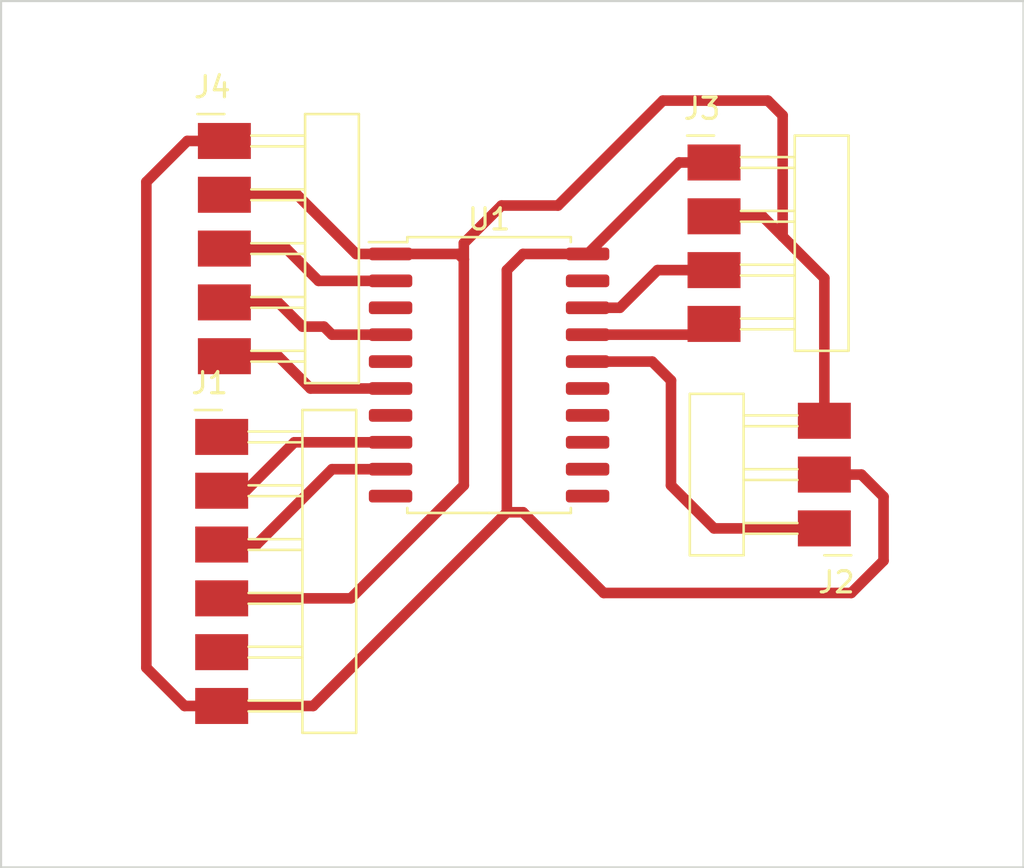
<source format=kicad_pcb>
(kicad_pcb (version 20171130) (host pcbnew "(5.1.9)-1")

  (general
    (thickness 1.6)
    (drawings 4)
    (tracks 65)
    (zones 0)
    (modules 5)
    (nets 23)
  )

  (page A4)
  (layers
    (0 F.Cu signal)
    (31 B.Cu signal)
    (32 B.Adhes user)
    (33 F.Adhes user)
    (34 B.Paste user)
    (35 F.Paste user)
    (36 B.SilkS user)
    (37 F.SilkS user)
    (38 B.Mask user)
    (39 F.Mask user)
    (40 Dwgs.User user)
    (41 Cmts.User user)
    (42 Eco1.User user)
    (43 Eco2.User user)
    (44 Edge.Cuts user)
    (45 Margin user)
    (46 B.CrtYd user)
    (47 F.CrtYd user)
    (48 B.Fab user)
    (49 F.Fab user)
  )

  (setup
    (last_trace_width 0.5)
    (user_trace_width 0.5)
    (trace_clearance 0.2)
    (zone_clearance 0.508)
    (zone_45_only no)
    (trace_min 0.2)
    (via_size 0.8)
    (via_drill 0.4)
    (via_min_size 0.4)
    (via_min_drill 0.3)
    (uvia_size 0.3)
    (uvia_drill 0.1)
    (uvias_allowed no)
    (uvia_min_size 0.2)
    (uvia_min_drill 0.1)
    (edge_width 0.05)
    (segment_width 0.2)
    (pcb_text_width 0.3)
    (pcb_text_size 1.5 1.5)
    (mod_edge_width 0.12)
    (mod_text_size 1 1)
    (mod_text_width 0.15)
    (pad_size 1.524 1.524)
    (pad_drill 0.762)
    (pad_to_mask_clearance 0)
    (aux_axis_origin 0 0)
    (visible_elements FFFFFF7F)
    (pcbplotparams
      (layerselection 0x010fc_ffffffff)
      (usegerberextensions false)
      (usegerberattributes true)
      (usegerberadvancedattributes true)
      (creategerberjobfile true)
      (excludeedgelayer true)
      (linewidth 0.100000)
      (plotframeref false)
      (viasonmask false)
      (mode 1)
      (useauxorigin false)
      (hpglpennumber 1)
      (hpglpenspeed 20)
      (hpglpendiameter 15.000000)
      (psnegative false)
      (psa4output false)
      (plotreference true)
      (plotvalue true)
      (plotinvisibletext false)
      (padsonsilk false)
      (subtractmaskfromsilk false)
      (outputformat 1)
      (mirror false)
      (drillshape 1)
      (scaleselection 1)
      (outputdirectory ""))
  )

  (net 0 "")
  (net 1 "Net-(J1-Pad6)")
  (net 2 "Net-(J1-Pad5)")
  (net 3 "Net-(J1-Pad4)")
  (net 4 "Net-(J1-Pad3)")
  (net 5 "Net-(J1-Pad2)")
  (net 6 "Net-(J1-Pad1)")
  (net 7 "Net-(J2-Pad1)")
  (net 8 "Net-(U1-Pad19)")
  (net 9 "Net-(J3-Pad3)")
  (net 10 "Net-(J3-Pad4)")
  (net 11 "Net-(U1-Pad15)")
  (net 12 "Net-(U1-Pad14)")
  (net 13 "Net-(U1-Pad13)")
  (net 14 "Net-(U1-Pad12)")
  (net 15 "Net-(U1-Pad11)")
  (net 16 "Net-(U1-Pad10)")
  (net 17 "Net-(U1-Pad7)")
  (net 18 "Net-(U1-Pad5)")
  (net 19 "Net-(U1-Pad3)")
  (net 20 "Net-(J4-Pad5)")
  (net 21 "Net-(J4-Pad4)")
  (net 22 "Net-(J4-Pad3)")

  (net_class Default "This is the default net class."
    (clearance 0.2)
    (trace_width 0.25)
    (via_dia 0.8)
    (via_drill 0.4)
    (uvia_dia 0.3)
    (uvia_drill 0.1)
    (add_net "Net-(J1-Pad1)")
    (add_net "Net-(J1-Pad2)")
    (add_net "Net-(J1-Pad3)")
    (add_net "Net-(J1-Pad4)")
    (add_net "Net-(J1-Pad5)")
    (add_net "Net-(J1-Pad6)")
    (add_net "Net-(J2-Pad1)")
    (add_net "Net-(J3-Pad3)")
    (add_net "Net-(J3-Pad4)")
    (add_net "Net-(J4-Pad3)")
    (add_net "Net-(J4-Pad4)")
    (add_net "Net-(J4-Pad5)")
    (add_net "Net-(U1-Pad10)")
    (add_net "Net-(U1-Pad11)")
    (add_net "Net-(U1-Pad12)")
    (add_net "Net-(U1-Pad13)")
    (add_net "Net-(U1-Pad14)")
    (add_net "Net-(U1-Pad15)")
    (add_net "Net-(U1-Pad19)")
    (add_net "Net-(U1-Pad3)")
    (add_net "Net-(U1-Pad5)")
    (add_net "Net-(U1-Pad7)")
  )

  (module Package_SO:SOIC-20W_7.5x12.8mm_P1.27mm (layer F.Cu) (tedit 5D9F72B1) (tstamp 60855015)
    (at 160.704 95.377)
    (descr "SOIC, 20 Pin (JEDEC MS-013AC, https://www.analog.com/media/en/package-pcb-resources/package/233848rw_20.pdf), generated with kicad-footprint-generator ipc_gullwing_generator.py")
    (tags "SOIC SO")
    (path /6085133E)
    (attr smd)
    (fp_text reference U1 (at 0 -7.35) (layer F.SilkS)
      (effects (font (size 1 1) (thickness 0.15)))
    )
    (fp_text value ATtiny1616-S (at 0 7.35) (layer F.Fab)
      (effects (font (size 1 1) (thickness 0.15)))
    )
    (fp_text user %R (at 0 0) (layer F.Fab)
      (effects (font (size 1 1) (thickness 0.15)))
    )
    (fp_line (start 0 6.51) (end 3.86 6.51) (layer F.SilkS) (width 0.12))
    (fp_line (start 3.86 6.51) (end 3.86 6.275) (layer F.SilkS) (width 0.12))
    (fp_line (start 0 6.51) (end -3.86 6.51) (layer F.SilkS) (width 0.12))
    (fp_line (start -3.86 6.51) (end -3.86 6.275) (layer F.SilkS) (width 0.12))
    (fp_line (start 0 -6.51) (end 3.86 -6.51) (layer F.SilkS) (width 0.12))
    (fp_line (start 3.86 -6.51) (end 3.86 -6.275) (layer F.SilkS) (width 0.12))
    (fp_line (start 0 -6.51) (end -3.86 -6.51) (layer F.SilkS) (width 0.12))
    (fp_line (start -3.86 -6.51) (end -3.86 -6.275) (layer F.SilkS) (width 0.12))
    (fp_line (start -3.86 -6.275) (end -5.675 -6.275) (layer F.SilkS) (width 0.12))
    (fp_line (start -2.75 -6.4) (end 3.75 -6.4) (layer F.Fab) (width 0.1))
    (fp_line (start 3.75 -6.4) (end 3.75 6.4) (layer F.Fab) (width 0.1))
    (fp_line (start 3.75 6.4) (end -3.75 6.4) (layer F.Fab) (width 0.1))
    (fp_line (start -3.75 6.4) (end -3.75 -5.4) (layer F.Fab) (width 0.1))
    (fp_line (start -3.75 -5.4) (end -2.75 -6.4) (layer F.Fab) (width 0.1))
    (fp_line (start -5.93 -6.65) (end -5.93 6.65) (layer F.CrtYd) (width 0.05))
    (fp_line (start -5.93 6.65) (end 5.93 6.65) (layer F.CrtYd) (width 0.05))
    (fp_line (start 5.93 6.65) (end 5.93 -6.65) (layer F.CrtYd) (width 0.05))
    (fp_line (start 5.93 -6.65) (end -5.93 -6.65) (layer F.CrtYd) (width 0.05))
    (pad 20 smd roundrect (at 4.65 -5.715) (size 2.05 0.6) (layers F.Cu F.Paste F.Mask) (roundrect_rratio 0.25)
      (net 1 "Net-(J1-Pad6)"))
    (pad 19 smd roundrect (at 4.65 -4.445) (size 2.05 0.6) (layers F.Cu F.Paste F.Mask) (roundrect_rratio 0.25)
      (net 8 "Net-(U1-Pad19)"))
    (pad 18 smd roundrect (at 4.65 -3.175) (size 2.05 0.6) (layers F.Cu F.Paste F.Mask) (roundrect_rratio 0.25)
      (net 9 "Net-(J3-Pad3)"))
    (pad 17 smd roundrect (at 4.65 -1.905) (size 2.05 0.6) (layers F.Cu F.Paste F.Mask) (roundrect_rratio 0.25)
      (net 10 "Net-(J3-Pad4)"))
    (pad 16 smd roundrect (at 4.65 -0.635) (size 2.05 0.6) (layers F.Cu F.Paste F.Mask) (roundrect_rratio 0.25)
      (net 7 "Net-(J2-Pad1)"))
    (pad 15 smd roundrect (at 4.65 0.635) (size 2.05 0.6) (layers F.Cu F.Paste F.Mask) (roundrect_rratio 0.25)
      (net 11 "Net-(U1-Pad15)"))
    (pad 14 smd roundrect (at 4.65 1.905) (size 2.05 0.6) (layers F.Cu F.Paste F.Mask) (roundrect_rratio 0.25)
      (net 12 "Net-(U1-Pad14)"))
    (pad 13 smd roundrect (at 4.65 3.175) (size 2.05 0.6) (layers F.Cu F.Paste F.Mask) (roundrect_rratio 0.25)
      (net 13 "Net-(U1-Pad13)"))
    (pad 12 smd roundrect (at 4.65 4.445) (size 2.05 0.6) (layers F.Cu F.Paste F.Mask) (roundrect_rratio 0.25)
      (net 14 "Net-(U1-Pad12)"))
    (pad 11 smd roundrect (at 4.65 5.715) (size 2.05 0.6) (layers F.Cu F.Paste F.Mask) (roundrect_rratio 0.25)
      (net 15 "Net-(U1-Pad11)"))
    (pad 10 smd roundrect (at -4.65 5.715) (size 2.05 0.6) (layers F.Cu F.Paste F.Mask) (roundrect_rratio 0.25)
      (net 16 "Net-(U1-Pad10)"))
    (pad 9 smd roundrect (at -4.65 4.445) (size 2.05 0.6) (layers F.Cu F.Paste F.Mask) (roundrect_rratio 0.25)
      (net 4 "Net-(J1-Pad3)"))
    (pad 8 smd roundrect (at -4.65 3.175) (size 2.05 0.6) (layers F.Cu F.Paste F.Mask) (roundrect_rratio 0.25)
      (net 5 "Net-(J1-Pad2)"))
    (pad 7 smd roundrect (at -4.65 1.905) (size 2.05 0.6) (layers F.Cu F.Paste F.Mask) (roundrect_rratio 0.25)
      (net 17 "Net-(U1-Pad7)"))
    (pad 6 smd roundrect (at -4.65 0.635) (size 2.05 0.6) (layers F.Cu F.Paste F.Mask) (roundrect_rratio 0.25)
      (net 20 "Net-(J4-Pad5)"))
    (pad 5 smd roundrect (at -4.65 -0.635) (size 2.05 0.6) (layers F.Cu F.Paste F.Mask) (roundrect_rratio 0.25)
      (net 18 "Net-(U1-Pad5)"))
    (pad 4 smd roundrect (at -4.65 -1.905) (size 2.05 0.6) (layers F.Cu F.Paste F.Mask) (roundrect_rratio 0.25)
      (net 21 "Net-(J4-Pad4)"))
    (pad 3 smd roundrect (at -4.65 -3.175) (size 2.05 0.6) (layers F.Cu F.Paste F.Mask) (roundrect_rratio 0.25)
      (net 19 "Net-(U1-Pad3)"))
    (pad 2 smd roundrect (at -4.65 -4.445) (size 2.05 0.6) (layers F.Cu F.Paste F.Mask) (roundrect_rratio 0.25)
      (net 22 "Net-(J4-Pad3)"))
    (pad 1 smd roundrect (at -4.65 -5.715) (size 2.05 0.6) (layers F.Cu F.Paste F.Mask) (roundrect_rratio 0.25)
      (net 3 "Net-(J1-Pad4)"))
    (model ${KISYS3DMOD}/Package_SO.3dshapes/SOIC-20W_7.5x12.8mm_P1.27mm.wrl
      (at (xyz 0 0 0))
      (scale (xyz 1 1 1))
      (rotate (xyz 0 0 0))
    )
  )

  (module fab:Header_SMD_01x05_P2.54mm_Horizontal_Male (layer F.Cu) (tedit 5FFCB1DD) (tstamp 60854FEA)
    (at 148.209 84.328)
    (descr https://s3.amazonaws.com/catalogspreads-pdf/PAGE112-113%20.100%20MALE%20HDR.pdf)
    (tags "horizontal pin header SMD 2.54mm")
    (path /608668C0)
    (attr smd)
    (fp_text reference J4 (at -1.524 -2.54 180) (layer F.SilkS)
      (effects (font (size 1 1) (thickness 0.15)) (justify left))
    )
    (fp_text value Conn_01x05_Male (at 0 13.335) (layer F.Fab)
      (effects (font (size 1 1) (thickness 0.15)))
    )
    (fp_text user %R (at 2.54 5.08 90) (layer F.Fab)
      (effects (font (size 1 1) (thickness 0.15)))
    )
    (fp_line (start 6.4 -1.8) (end -1.8 -1.8) (layer F.CrtYd) (width 0.05))
    (fp_line (start 6.4 12) (end 6.4 -1.8) (layer F.CrtYd) (width 0.05))
    (fp_line (start -1.8 12) (end 6.4 12) (layer F.CrtYd) (width 0.05))
    (fp_line (start -1.8 -1.8) (end -1.8 12) (layer F.CrtYd) (width 0.05))
    (fp_line (start -1.27 -1.27) (end 0 -1.27) (layer F.SilkS) (width 0.12))
    (fp_line (start 3.81 11.43) (end 3.8 -1.27) (layer F.Fab) (width 0.1))
    (fp_line (start 3.8 -1.27) (end 6.34 -1.27) (layer F.Fab) (width 0.1))
    (fp_line (start 3.8 11.43) (end 6.35 11.43) (layer F.Fab) (width 0.1))
    (fp_line (start 6.34 -1.27) (end 6.35 11.43) (layer F.Fab) (width 0.1))
    (fp_line (start 3.81 0) (end -0.635 0) (layer F.Fab) (width 0.1))
    (fp_line (start 3.81 2.54) (end -0.635 2.54) (layer F.Fab) (width 0.1))
    (fp_line (start 3.81 5.08) (end -0.635 5.08) (layer F.Fab) (width 0.1))
    (fp_line (start 3.81 7.62) (end -0.635 7.62) (layer F.Fab) (width 0.1))
    (fp_line (start 3.81 10.16) (end -0.635 10.16) (layer F.Fab) (width 0.1))
    (fp_line (start 3.81 -1.27) (end 6.35 -1.27) (layer F.SilkS) (width 0.12))
    (fp_line (start 6.35 -1.27) (end 6.35 11.43) (layer F.SilkS) (width 0.12))
    (fp_line (start 6.35 11.43) (end 3.81 11.43) (layer F.SilkS) (width 0.12))
    (fp_line (start 3.81 11.43) (end 3.81 -1.27) (layer F.SilkS) (width 0.12))
    (fp_line (start 3.81 -0.254) (end 1.27 -0.254) (layer F.SilkS) (width 0.12))
    (fp_line (start 3.81 0.254) (end 1.27 0.254) (layer F.SilkS) (width 0.12))
    (fp_line (start 3.81 2.286) (end 1.27 2.286) (layer F.SilkS) (width 0.12))
    (fp_line (start 3.81 2.794) (end 1.27 2.794) (layer F.SilkS) (width 0.12))
    (fp_line (start 3.81 4.826) (end 1.27 4.826) (layer F.SilkS) (width 0.12))
    (fp_line (start 3.81 5.334) (end 1.27 5.334) (layer F.SilkS) (width 0.12))
    (fp_line (start 3.81 7.366) (end 1.27 7.366) (layer F.SilkS) (width 0.12))
    (fp_line (start 3.81 7.874) (end 1.27 7.874) (layer F.SilkS) (width 0.12))
    (fp_line (start 3.81 9.906) (end 1.27 9.906) (layer F.SilkS) (width 0.12))
    (fp_line (start 3.81 10.414) (end 1.27 10.414) (layer F.SilkS) (width 0.12))
    (fp_line (start -0.635 -0.254) (end -0.635 0.254) (layer F.Fab) (width 0.1))
    (fp_line (start -0.635 2.286) (end -0.635 2.794) (layer F.Fab) (width 0.1))
    (fp_line (start -0.635 4.826) (end -0.635 5.334) (layer F.Fab) (width 0.1))
    (fp_line (start -0.635 7.366) (end -0.635 7.874) (layer F.Fab) (width 0.1))
    (fp_line (start -0.635 9.906) (end -0.635 10.414) (layer F.Fab) (width 0.1))
    (pad 5 smd rect (at 0 10.16) (size 2.5 1.7) (layers F.Cu F.Paste F.Mask)
      (net 20 "Net-(J4-Pad5)"))
    (pad 4 smd rect (at 0 7.62) (size 2.5 1.7) (layers F.Cu F.Paste F.Mask)
      (net 21 "Net-(J4-Pad4)"))
    (pad 3 smd rect (at 0 5.08) (size 2.5 1.7) (layers F.Cu F.Paste F.Mask)
      (net 22 "Net-(J4-Pad3)"))
    (pad 2 smd rect (at 0 2.54) (size 2.5 1.7) (layers F.Cu F.Paste F.Mask)
      (net 3 "Net-(J1-Pad4)"))
    (pad 1 smd rect (at 0 0) (size 2.5 1.7) (layers F.Cu F.Paste F.Mask)
      (net 1 "Net-(J1-Pad6)"))
    (model ${FAB}/fab.3dshapes/Header_SMD_01x05_P2.54mm_Horizontal_Male.step
      (at (xyz 0 0 0))
      (scale (xyz 1 1 1))
      (rotate (xyz 0 0 0))
    )
  )

  (module fab:Header_SMD_01x04_P2.54mm_Horizontal_Male (layer F.Cu) (tedit 5FFCB1D6) (tstamp 60854FBF)
    (at 171.323 85.344)
    (descr https://s3.amazonaws.com/catalogspreads-pdf/PAGE112-113%20.100%20MALE%20HDR.pdf)
    (tags "horizontal pin header SMD 2.54mm")
    (path /60862191)
    (attr smd)
    (fp_text reference J3 (at -1.524 -2.54 180) (layer F.SilkS)
      (effects (font (size 1 1) (thickness 0.15)) (justify left))
    )
    (fp_text value Conn_01x04_Male (at 0 10.795) (layer F.Fab)
      (effects (font (size 1 1) (thickness 0.15)))
    )
    (fp_text user %R (at 2.5 3.9 90) (layer F.Fab)
      (effects (font (size 1 1) (thickness 0.15)))
    )
    (fp_line (start -0.635 7.366) (end -0.635 7.874) (layer F.Fab) (width 0.1))
    (fp_line (start -0.635 4.826) (end -0.635 5.334) (layer F.Fab) (width 0.1))
    (fp_line (start -0.635 2.286) (end -0.635 2.794) (layer F.Fab) (width 0.1))
    (fp_line (start -0.635 -0.254) (end -0.635 0.254) (layer F.Fab) (width 0.1))
    (fp_line (start 3.81 7.874) (end 1.27 7.874) (layer F.SilkS) (width 0.12))
    (fp_line (start 3.81 7.366) (end 1.27 7.366) (layer F.SilkS) (width 0.12))
    (fp_line (start 3.81 5.334) (end 1.27 5.334) (layer F.SilkS) (width 0.12))
    (fp_line (start 3.81 4.826) (end 1.27 4.826) (layer F.SilkS) (width 0.12))
    (fp_line (start 3.81 2.794) (end 1.27 2.794) (layer F.SilkS) (width 0.12))
    (fp_line (start 3.81 2.286) (end 1.27 2.286) (layer F.SilkS) (width 0.12))
    (fp_line (start 3.81 0.254) (end 1.27 0.254) (layer F.SilkS) (width 0.12))
    (fp_line (start 3.81 -0.254) (end 1.27 -0.254) (layer F.SilkS) (width 0.12))
    (fp_line (start 3.81 8.89) (end 3.81 -1.27) (layer F.SilkS) (width 0.12))
    (fp_line (start 6.35 8.89) (end 3.81 8.89) (layer F.SilkS) (width 0.12))
    (fp_line (start 6.35 -1.27) (end 6.35 8.89) (layer F.SilkS) (width 0.12))
    (fp_line (start 3.81 -1.27) (end 6.35 -1.27) (layer F.SilkS) (width 0.12))
    (fp_line (start 3.81 7.62) (end -0.635 7.62) (layer F.Fab) (width 0.1))
    (fp_line (start 3.81 5.08) (end -0.635 5.08) (layer F.Fab) (width 0.1))
    (fp_line (start 3.81 2.54) (end -0.635 2.54) (layer F.Fab) (width 0.1))
    (fp_line (start 3.81 0) (end -0.635 0) (layer F.Fab) (width 0.1))
    (fp_line (start 6.34 -1.27) (end 6.35 8.89) (layer F.Fab) (width 0.1))
    (fp_line (start 3.8 8.89) (end 6.35 8.89) (layer F.Fab) (width 0.1))
    (fp_line (start 3.8 -1.27) (end 6.34 -1.27) (layer F.Fab) (width 0.1))
    (fp_line (start 3.8 8.89) (end 3.8 -1.27) (layer F.Fab) (width 0.1))
    (fp_line (start -1.27 -1.27) (end 0 -1.27) (layer F.SilkS) (width 0.12))
    (fp_line (start -1.8 -1.8) (end -1.8 9.4) (layer F.CrtYd) (width 0.05))
    (fp_line (start -1.8 9.4) (end 6.4 9.4) (layer F.CrtYd) (width 0.05))
    (fp_line (start 6.4 9.4) (end 6.4 -1.8) (layer F.CrtYd) (width 0.05))
    (fp_line (start 6.4 -1.8) (end -1.8 -1.8) (layer F.CrtYd) (width 0.05))
    (pad 4 smd rect (at 0 7.62) (size 2.5 1.7) (layers F.Cu F.Paste F.Mask)
      (net 10 "Net-(J3-Pad4)"))
    (pad 3 smd rect (at 0 5.08) (size 2.5 1.7) (layers F.Cu F.Paste F.Mask)
      (net 9 "Net-(J3-Pad3)"))
    (pad 2 smd rect (at 0 2.54) (size 2.5 1.7) (layers F.Cu F.Paste F.Mask)
      (net 3 "Net-(J1-Pad4)"))
    (pad 1 smd rect (at 0 0) (size 2.5 1.7) (layers F.Cu F.Paste F.Mask)
      (net 1 "Net-(J1-Pad6)"))
    (model ${FAB}/fab.3dshapes/Header_SMD_01x04_P2.54mm_Horizontal_Male.step
      (at (xyz 0 0 0))
      (scale (xyz 1 1 1))
      (rotate (xyz 0 0 0))
    )
  )

  (module fab:Header_SMD_01x03_P2.54mm_Horizontal_Male (layer F.Cu) (tedit 5FFC95A6) (tstamp 60854F99)
    (at 176.53 102.616 180)
    (descr https://s3.amazonaws.com/catalogspreads-pdf/PAGE112-113%20.100%20MALE%20HDR.pdf)
    (tags "horizontal pin header SMD 2.54mm")
    (path /60831370)
    (attr smd)
    (fp_text reference J2 (at -1.524 -2.54 180) (layer F.SilkS)
      (effects (font (size 1 1) (thickness 0.15)) (justify right))
    )
    (fp_text value Conn_01x03_Male (at 2.6 8.3) (layer F.Fab)
      (effects (font (size 1 1) (thickness 0.15)))
    )
    (fp_text user %R (at 2.4 2.6 90) (layer F.Fab)
      (effects (font (size 1 1) (thickness 0.15)))
    )
    (fp_line (start 6.4 -1.8) (end -1.8 -1.8) (layer F.CrtYd) (width 0.05))
    (fp_line (start 6.4 6.9) (end 6.4 -1.8) (layer F.CrtYd) (width 0.05))
    (fp_line (start -1.8 6.9) (end 6.4 6.9) (layer F.CrtYd) (width 0.05))
    (fp_line (start -1.8 -1.8) (end -1.8 6.9) (layer F.CrtYd) (width 0.05))
    (fp_line (start -1.27 -1.27) (end 0 -1.27) (layer F.SilkS) (width 0.12))
    (fp_line (start 3.81 6.35) (end 3.8 -1.27) (layer F.Fab) (width 0.1))
    (fp_line (start 3.8 -1.27) (end 6.34 -1.27) (layer F.Fab) (width 0.1))
    (fp_line (start 3.8 6.35) (end 6.35 6.35) (layer F.Fab) (width 0.1))
    (fp_line (start 6.34 -1.27) (end 6.35 6.35) (layer F.Fab) (width 0.1))
    (fp_line (start 3.81 0) (end -0.635 0) (layer F.Fab) (width 0.1))
    (fp_line (start 3.81 2.54) (end -0.635 2.54) (layer F.Fab) (width 0.1))
    (fp_line (start 3.81 5.08) (end -0.635 5.08) (layer F.Fab) (width 0.1))
    (fp_line (start 3.81 -1.27) (end 6.35 -1.27) (layer F.SilkS) (width 0.12))
    (fp_line (start 6.35 -1.27) (end 6.35 6.35) (layer F.SilkS) (width 0.12))
    (fp_line (start 6.35 6.35) (end 3.81 6.35) (layer F.SilkS) (width 0.12))
    (fp_line (start 3.81 6.35) (end 3.81 -1.27) (layer F.SilkS) (width 0.12))
    (fp_line (start 3.81 -0.254) (end 1.27 -0.254) (layer F.SilkS) (width 0.12))
    (fp_line (start 3.81 0.254) (end 1.27 0.254) (layer F.SilkS) (width 0.12))
    (fp_line (start 3.81 2.286) (end 1.27 2.286) (layer F.SilkS) (width 0.12))
    (fp_line (start 3.81 2.794) (end 1.27 2.794) (layer F.SilkS) (width 0.12))
    (fp_line (start 3.81 4.826) (end 1.27 4.826) (layer F.SilkS) (width 0.12))
    (fp_line (start 3.81 5.334) (end 1.27 5.334) (layer F.SilkS) (width 0.12))
    (fp_line (start -0.635 -0.254) (end -0.635 0.254) (layer F.Fab) (width 0.1))
    (fp_line (start -0.635 2.286) (end -0.635 2.794) (layer F.Fab) (width 0.1))
    (fp_line (start -0.635 4.826) (end -0.635 5.334) (layer F.Fab) (width 0.1))
    (pad 3 smd rect (at 0 5.08 180) (size 2.5 1.7) (layers F.Cu F.Paste F.Mask)
      (net 3 "Net-(J1-Pad4)"))
    (pad 2 smd rect (at 0 2.54 180) (size 2.5 1.7) (layers F.Cu F.Paste F.Mask)
      (net 1 "Net-(J1-Pad6)"))
    (pad 1 smd rect (at 0 0 180) (size 2.5 1.7) (layers F.Cu F.Paste F.Mask)
      (net 7 "Net-(J2-Pad1)"))
    (model "$(FAB)/fab.3dshapes/Header_SMD_01x03_P2.54mm_Horizontal_Male.step"
      (at (xyz 0 0 0))
      (scale (xyz 1 1 1))
      (rotate (xyz 0 0 0))
    )
  )

  (module fab:Header_SMD_01x06_P2.54mm_Horizontal_Male (layer F.Cu) (tedit 5FFC9606) (tstamp 60854F78)
    (at 148.082 98.298)
    (descr https://s3.amazonaws.com/catalogspreads-pdf/PAGE112-113%20.100%20MALE%20HDR.pdf)
    (tags "horizontal pin header SMD 2.54mm")
    (path /608320EA)
    (attr smd)
    (fp_text reference J1 (at -1.524 -2.54 180) (layer F.SilkS)
      (effects (font (size 1 1) (thickness 0.15)) (justify left))
    )
    (fp_text value Conn_01x06_Male (at 2.286 15.621) (layer F.Fab)
      (effects (font (size 1 1) (thickness 0.15)))
    )
    (fp_text user %R (at 2.6 6.1 90) (layer F.Fab)
      (effects (font (size 1 1) (thickness 0.15)))
    )
    (fp_line (start -0.635 12.446) (end -0.635 12.954) (layer F.Fab) (width 0.1))
    (fp_line (start -0.635 9.906) (end -0.635 10.414) (layer F.Fab) (width 0.1))
    (fp_line (start -0.635 7.366) (end -0.635 7.874) (layer F.Fab) (width 0.1))
    (fp_line (start -0.635 4.826) (end -0.635 5.334) (layer F.Fab) (width 0.1))
    (fp_line (start -0.635 2.286) (end -0.635 2.794) (layer F.Fab) (width 0.1))
    (fp_line (start -0.635 -0.254) (end -0.635 0.254) (layer F.Fab) (width 0.1))
    (fp_line (start 3.81 12.954) (end 1.27 12.954) (layer F.SilkS) (width 0.12))
    (fp_line (start 3.81 12.446) (end 1.27 12.446) (layer F.SilkS) (width 0.12))
    (fp_line (start 3.81 10.414) (end 1.27 10.414) (layer F.SilkS) (width 0.12))
    (fp_line (start 3.81 9.906) (end 1.27 9.906) (layer F.SilkS) (width 0.12))
    (fp_line (start 3.81 7.874) (end 1.27 7.874) (layer F.SilkS) (width 0.12))
    (fp_line (start 3.81 7.366) (end 1.27 7.366) (layer F.SilkS) (width 0.12))
    (fp_line (start 3.81 5.334) (end 1.27 5.334) (layer F.SilkS) (width 0.12))
    (fp_line (start 3.81 4.826) (end 1.27 4.826) (layer F.SilkS) (width 0.12))
    (fp_line (start 3.81 2.794) (end 1.27 2.794) (layer F.SilkS) (width 0.12))
    (fp_line (start 3.81 2.286) (end 1.27 2.286) (layer F.SilkS) (width 0.12))
    (fp_line (start 3.81 0.254) (end 1.27 0.254) (layer F.SilkS) (width 0.12))
    (fp_line (start 3.81 -0.254) (end 1.27 -0.254) (layer F.SilkS) (width 0.12))
    (fp_line (start 3.81 13.97) (end 3.81 -1.27) (layer F.SilkS) (width 0.12))
    (fp_line (start 6.35 13.97) (end 3.81 13.97) (layer F.SilkS) (width 0.12))
    (fp_line (start 6.35 -1.27) (end 6.35 13.97) (layer F.SilkS) (width 0.12))
    (fp_line (start 3.81 -1.27) (end 6.35 -1.27) (layer F.SilkS) (width 0.12))
    (fp_line (start 3.81 12.7) (end -0.635 12.7) (layer F.Fab) (width 0.1))
    (fp_line (start 3.81 10.16) (end -0.635 10.16) (layer F.Fab) (width 0.1))
    (fp_line (start 3.81 7.62) (end -0.635 7.62) (layer F.Fab) (width 0.1))
    (fp_line (start 3.81 5.08) (end -0.635 5.08) (layer F.Fab) (width 0.1))
    (fp_line (start 3.81 2.54) (end -0.635 2.54) (layer F.Fab) (width 0.1))
    (fp_line (start 3.81 0) (end -0.635 0) (layer F.Fab) (width 0.1))
    (fp_line (start 6.34 -1.27) (end 6.35 13.97) (layer F.Fab) (width 0.1))
    (fp_line (start 3.8 13.97) (end 6.35 13.97) (layer F.Fab) (width 0.1))
    (fp_line (start 3.8 -1.27) (end 6.34 -1.27) (layer F.Fab) (width 0.1))
    (fp_line (start 3.8 13.97) (end 3.8 -1.27) (layer F.Fab) (width 0.1))
    (fp_line (start -1.27 -1.27) (end 0 -1.27) (layer F.SilkS) (width 0.12))
    (fp_line (start -1.8 -1.8) (end -1.8 14.5) (layer F.CrtYd) (width 0.05))
    (fp_line (start -1.8 14.5) (end 6.4 14.5) (layer F.CrtYd) (width 0.05))
    (fp_line (start 6.4 14.5) (end 6.4 -1.8) (layer F.CrtYd) (width 0.05))
    (fp_line (start 6.4 -1.8) (end -1.8 -1.8) (layer F.CrtYd) (width 0.05))
    (pad 6 smd rect (at 0 12.7) (size 2.5 1.7) (layers F.Cu F.Paste F.Mask)
      (net 1 "Net-(J1-Pad6)"))
    (pad 5 smd rect (at 0 10.16) (size 2.5 1.7) (layers F.Cu F.Paste F.Mask)
      (net 2 "Net-(J1-Pad5)"))
    (pad 4 smd rect (at 0 7.62) (size 2.5 1.7) (layers F.Cu F.Paste F.Mask)
      (net 3 "Net-(J1-Pad4)"))
    (pad 3 smd rect (at 0 5.08) (size 2.5 1.7) (layers F.Cu F.Paste F.Mask)
      (net 4 "Net-(J1-Pad3)"))
    (pad 2 smd rect (at 0 2.54) (size 2.5 1.7) (layers F.Cu F.Paste F.Mask)
      (net 5 "Net-(J1-Pad2)"))
    (pad 1 smd rect (at 0 0) (size 2.5 1.7) (layers F.Cu F.Paste F.Mask)
      (net 6 "Net-(J1-Pad1)"))
    (model ${FAB}/fab.3dshapes/Header_SMD_01x06_P2.54mm_Horizontal_Male.step
      (at (xyz 0 0 0))
      (scale (xyz 1 1 1))
      (rotate (xyz 0 0 0))
    )
  )

  (gr_line (start 185.928 77.724) (end 185.928 118.618) (layer Edge.Cuts) (width 0.1))
  (gr_line (start 137.668 77.724) (end 185.928 77.724) (layer Edge.Cuts) (width 0.1))
  (gr_line (start 137.668 118.618) (end 137.668 77.724) (layer Edge.Cuts) (width 0.1))
  (gr_line (start 185.928 118.618) (end 137.668 118.618) (layer Edge.Cuts) (width 0.1))

  (segment (start 148.082 110.998) (end 152.4 110.998) (width 0.5) (layer F.Cu) (net 1))
  (segment (start 152.4 110.998) (end 161.544 101.854) (width 0.5) (layer F.Cu) (net 1))
  (segment (start 161.544 101.854) (end 161.544 90.424) (width 0.5) (layer F.Cu) (net 1))
  (segment (start 162.306 89.662) (end 165.354 89.662) (width 0.5) (layer F.Cu) (net 1))
  (segment (start 161.544 90.424) (end 162.306 89.662) (width 0.5) (layer F.Cu) (net 1))
  (segment (start 146.459 84.328) (end 144.526 86.261) (width 0.5) (layer F.Cu) (net 1))
  (segment (start 148.209 84.328) (end 146.459 84.328) (width 0.5) (layer F.Cu) (net 1))
  (segment (start 146.332 110.998) (end 148.082 110.998) (width 0.5) (layer F.Cu) (net 1))
  (segment (start 144.526 109.192) (end 146.332 110.998) (width 0.5) (layer F.Cu) (net 1))
  (segment (start 144.526 86.261) (end 144.526 109.192) (width 0.5) (layer F.Cu) (net 1))
  (segment (start 169.672 85.344) (end 171.323 85.344) (width 0.5) (layer F.Cu) (net 1))
  (segment (start 165.354 89.662) (end 169.672 85.344) (width 0.5) (layer F.Cu) (net 1))
  (segment (start 161.544 101.854) (end 162.306 101.854) (width 0.5) (layer F.Cu) (net 1) (status 1000000))
  (segment (start 166.116 105.664) (end 177.8 105.664) (width 0.5) (layer F.Cu) (net 1) (status 1000000))
  (segment (start 177.8 105.664) (end 179.324 104.14) (width 0.5) (layer F.Cu) (net 1) (status 1000000))
  (segment (start 162.306 101.854) (end 166.116 105.664) (width 0.5) (layer F.Cu) (net 1) (status 1000000))
  (segment (start 179.324 104.14) (end 179.324 101.12) (width 0.5) (layer F.Cu) (net 1) (status 1000000))
  (segment (start 179.324 101.12) (end 178.28 100.076) (width 0.5) (layer F.Cu) (net 1) (status 1000000))
  (segment (start 178.28 100.076) (end 176.53 100.076) (width 0.5) (layer F.Cu) (net 1) (status 1000000))
  (segment (start 148.082 105.918) (end 154.178 105.918) (width 0.5) (layer F.Cu) (net 3))
  (segment (start 154.178 105.918) (end 159.512 100.584) (width 0.5) (layer F.Cu) (net 3))
  (segment (start 159.512 100.584) (end 159.512 89.916) (width 0.5) (layer F.Cu) (net 3))
  (segment (start 159.258 89.662) (end 156.054 89.662) (width 0.5) (layer F.Cu) (net 3))
  (segment (start 159.512 89.916) (end 159.258 89.662) (width 0.5) (layer F.Cu) (net 3))
  (segment (start 156.054 89.662) (end 154.432 89.662) (width 0.5) (layer F.Cu) (net 3))
  (segment (start 151.638 86.868) (end 148.209 86.868) (width 0.5) (layer F.Cu) (net 3))
  (segment (start 154.432 89.662) (end 151.638 86.868) (width 0.5) (layer F.Cu) (net 3))
  (segment (start 171.323 87.884) (end 173.609 87.884) (width 0.5) (layer F.Cu) (net 3))
  (segment (start 176.53 90.805) (end 176.53 97.536) (width 0.5) (layer F.Cu) (net 3))
  (segment (start 159.512 89.916) (end 159.512 89.154) (width 0.5) (layer F.Cu) (net 3))
  (segment (start 159.512 89.154) (end 161.29 87.376) (width 0.5) (layer F.Cu) (net 3))
  (segment (start 161.29 87.376) (end 163.957 87.376) (width 0.5) (layer F.Cu) (net 3))
  (segment (start 163.957 87.376) (end 168.91 82.423) (width 0.5) (layer F.Cu) (net 3))
  (segment (start 168.91 82.423) (end 173.863 82.423) (width 0.5) (layer F.Cu) (net 3))
  (segment (start 173.863 82.423) (end 174.5615 83.1215) (width 0.5) (layer F.Cu) (net 3))
  (segment (start 174.5615 83.1215) (end 174.5615 88.8365) (width 0.5) (layer F.Cu) (net 3))
  (segment (start 174.5615 88.8365) (end 176.53 90.805) (width 0.5) (layer F.Cu) (net 3))
  (segment (start 173.609 87.884) (end 174.5615 88.8365) (width 0.5) (layer F.Cu) (net 3))
  (segment (start 148.082 103.378) (end 149.733 103.378) (width 0.5) (layer F.Cu) (net 4))
  (segment (start 153.289 99.822) (end 156.054 99.822) (width 0.5) (layer F.Cu) (net 4))
  (segment (start 149.733 103.378) (end 153.289 99.822) (width 0.5) (layer F.Cu) (net 4))
  (segment (start 148.082 100.838) (end 149.225 100.838) (width 0.5) (layer F.Cu) (net 5))
  (segment (start 151.511 98.552) (end 156.054 98.552) (width 0.5) (layer F.Cu) (net 5))
  (segment (start 149.225 100.838) (end 151.511 98.552) (width 0.5) (layer F.Cu) (net 5))
  (segment (start 176.53 102.616) (end 171.323 102.616) (width 0.5) (layer F.Cu) (net 7))
  (segment (start 171.323 102.616) (end 169.291 100.584) (width 0.5) (layer F.Cu) (net 7))
  (segment (start 169.291 100.584) (end 169.291 95.631) (width 0.5) (layer F.Cu) (net 7))
  (segment (start 168.402 94.742) (end 165.354 94.742) (width 0.5) (layer F.Cu) (net 7))
  (segment (start 169.291 95.631) (end 168.402 94.742) (width 0.5) (layer F.Cu) (net 7))
  (segment (start 165.354 92.202) (end 166.878 92.202) (width 0.5) (layer F.Cu) (net 9))
  (segment (start 168.656 90.424) (end 171.323 90.424) (width 0.5) (layer F.Cu) (net 9))
  (segment (start 166.878 92.202) (end 168.656 90.424) (width 0.5) (layer F.Cu) (net 9))
  (segment (start 170.815 93.472) (end 171.323 92.964) (width 0.5) (layer F.Cu) (net 10))
  (segment (start 165.354 93.472) (end 170.815 93.472) (width 0.5) (layer F.Cu) (net 10))
  (segment (start 148.209 94.488) (end 150.749 94.488) (width 0.5) (layer F.Cu) (net 20))
  (segment (start 152.273 96.012) (end 156.054 96.012) (width 0.5) (layer F.Cu) (net 20))
  (segment (start 150.749 94.488) (end 152.273 96.012) (width 0.5) (layer F.Cu) (net 20))
  (segment (start 148.209 91.948) (end 150.749 91.948) (width 0.5) (layer F.Cu) (net 21))
  (segment (start 150.749 91.948) (end 151.892 93.091) (width 0.5) (layer F.Cu) (net 21))
  (segment (start 151.892 93.091) (end 152.908 93.091) (width 0.5) (layer F.Cu) (net 21))
  (segment (start 153.289 93.472) (end 156.054 93.472) (width 0.5) (layer F.Cu) (net 21))
  (segment (start 152.908 93.091) (end 153.289 93.472) (width 0.5) (layer F.Cu) (net 21))
  (segment (start 148.209 89.408) (end 151.13 89.408) (width 0.5) (layer F.Cu) (net 22))
  (segment (start 152.654 90.932) (end 156.054 90.932) (width 0.5) (layer F.Cu) (net 22))
  (segment (start 151.13 89.408) (end 152.654 90.932) (width 0.5) (layer F.Cu) (net 22))

)

</source>
